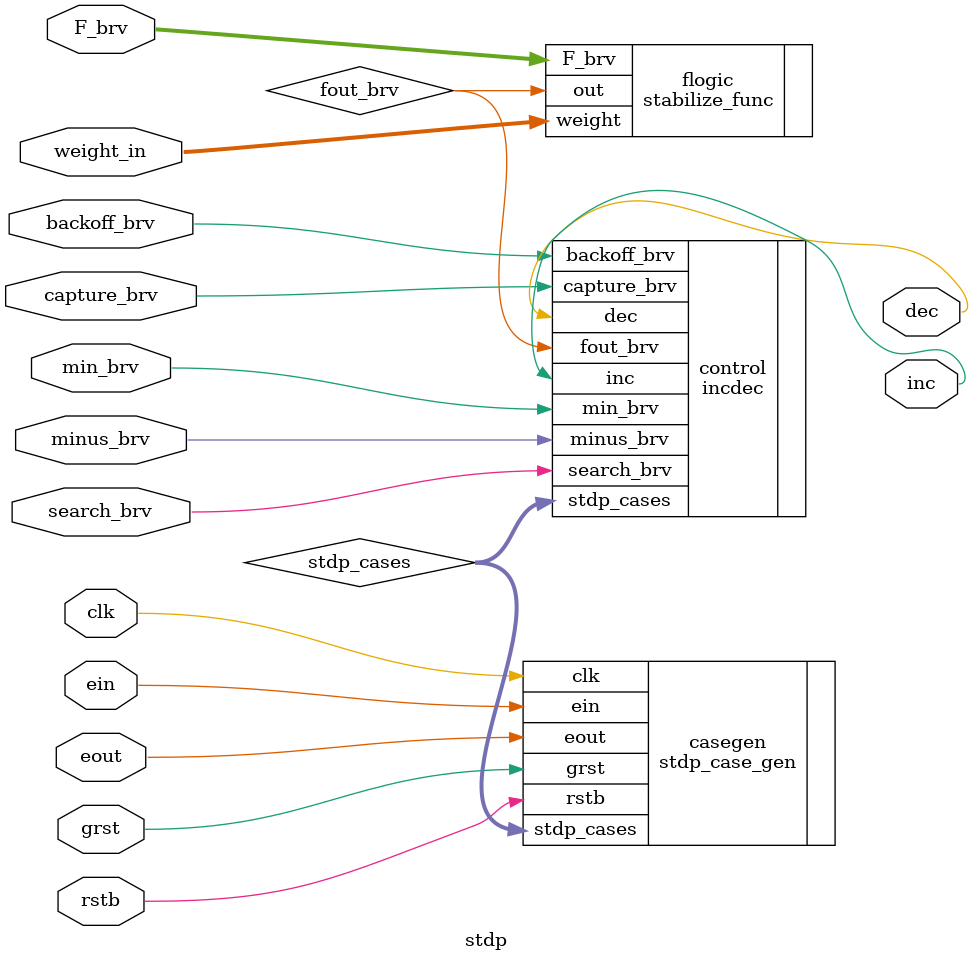
<source format=sv>

/*
 * Author: Harideep Nair
 *
 * Implements the STDP logic for each synapse.
 * Generates control signals for incrementing/decrementing the corresponding synaptic weight based on four cases as below.
 * capture - both input and output spikes are present; input spike arrives before or at the same time as output spike.
 * minus   - both input and output spikes are present; output spike arrives before input spike.
 * search  - only input spike is present.
 * backoff - only output spike is present.
 * Case when both input and output spikes are absent is implicit; elicits no change.
 *
 * Inputs      : weight_in     - corresponding synaptic weight 
 *               ein           - input spike for the corresponding synapses encoded as 0->1 edge
 *               eout          - output spike of the neuron encoded as 0->1 edge
 *               capture_brv   - BRVs for STDP's 'capture' case
 *               minus_brv     - BRVs for STDP's 'minus' case
 *               search_brv    - BRVs for STDP's 'search' case
 *               backoff_brv   - BRVs for STDP's 'backoff' case
 *               min_brv       - BRVs for enforcing a minimum probability for update
 *               F_brv         - BRVs for stabilizing weights towards 0 and wmax
 *               clk           - unit clock for temporal encoding
 *               grst          - 1-cycle wide gamma clock pulse
 *               rstb          - synchronous active low system reset
 * Outputs     : inc           - increment signal to increase the synaptic weight
 *               dec           - decrement signal to decrease the synaptic weight
 */

module stdp #(parameter WRES='d3)
    (
     input logic [WRES-1:0] weight_in,
     input logic ein,
     input logic eout,
     input logic capture_brv,
     input logic minus_brv,
     input logic search_brv,
     input logic backoff_brv,
     input logic min_brv,
     input logic [(1<<WRES)-3:0] F_brv,
     input logic clk,
     input logic grst,
     input logic rstb,
     output logic inc,
     output logic dec
    );

    logic [3:0] stdp_cases;
    logic fout_brv;

    stdp_case_gen casegen (.stdp_cases(stdp_cases),
                           .ein(ein),
                           .eout(eout),
                           .clk(clk),
                           .grst(grst),
                           .rstb(rstb)
                          );

    stabilize_func #(WRES) flogic (.out(fout_brv),
                                   .weight(weight_in),
                                   .F_brv(F_brv)
                                  );

    incdec control (.inc(inc),
                    .dec(dec),
                    .stdp_cases(stdp_cases),
                    .capture_brv(capture_brv),
                    .minus_brv(minus_brv),
                    .search_brv(search_brv),
                    .backoff_brv(backoff_brv),
                    .min_brv(min_brv),
                    .fout_brv(fout_brv)
              );
    
endmodule

</source>
